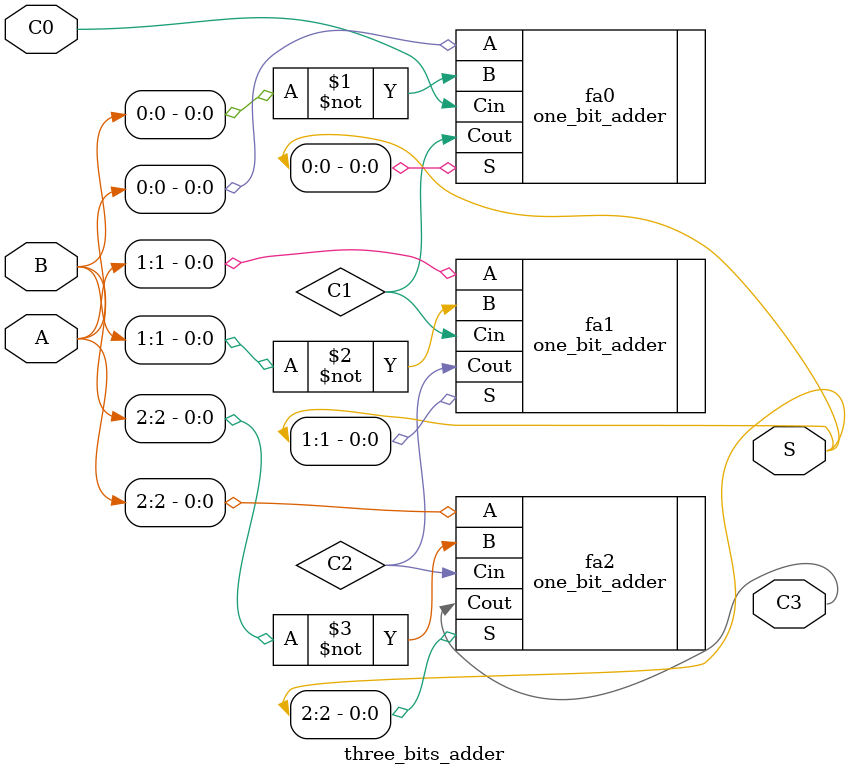
<source format=v>
`timescale 1ns / 1ps


module three_bits_adder(input [2:0] A, B, input C0, output [2:0] S, output C3);

    wire C1,C2;
    
    one_bit_adder fa0(.A(A[0]), .B(~B[0]), .Cin(C0), .S(S[0]), .Cout(C1));
    one_bit_adder fa1(.A(A[1]), .B(~B[1]), .Cin(C1), .S(S[1]), .Cout(C2));
    one_bit_adder fa2(.A(A[2]), .B(~B[2]), .Cin(C2), .S(S[2]), .Cout(C3));
    
endmodule

</source>
